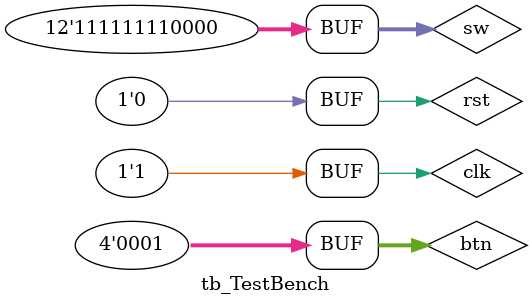
<source format=v>
`timescale 1ns/1ps

module tb_TestBench;

    reg clk;
    reg rst;
    reg [3:0] btn;
    reg [11:0] sw;

    always  begin
        clk = 0; #(5);
        clk = 1; #(5);
    end

    initial begin
        rst = 1;
        btn = 4'b1111;
        sw = 12'hff0;
        #50 rst = 0;
        // #50 btn = 4'b1110;
        // #50 btn = 4'b1101;
        // #50 btn = 4'b1011;
        #1000 btn = 4'b0001;
    end

    top top0(
        .clk(clk),
        .rst(rst),
        .buttons_i(btn), // test for buttons
        .sw_i(sw) // test for switches
    );

endmodule
</source>
